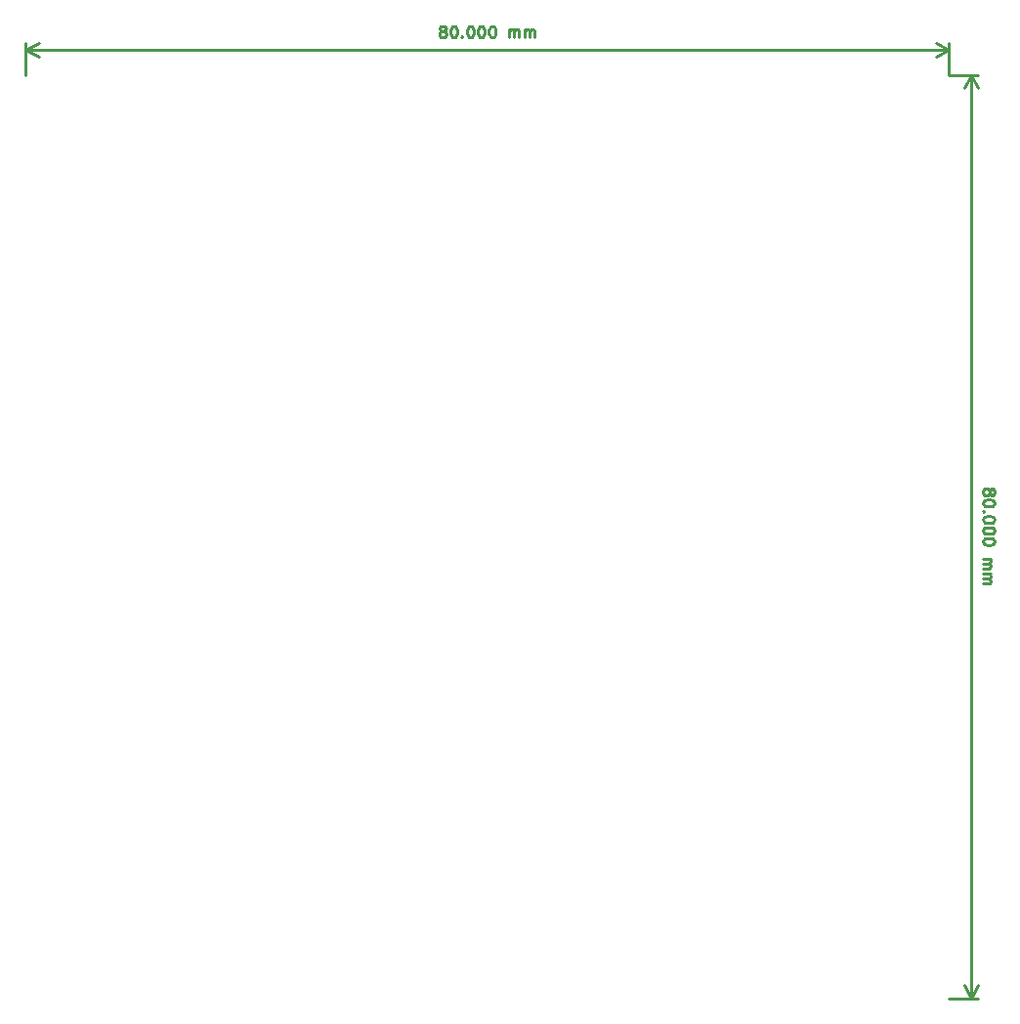
<source format=gbr>
G04 #@! TF.GenerationSoftware,KiCad,Pcbnew,(5.0.1-3-g963ef8bb5)*
G04 #@! TF.CreationDate,2019-09-15T11:53:47-04:00*
G04 #@! TF.ProjectId,RPiheader2x2,5250696865616465723278322E6B6963,rev?*
G04 #@! TF.SameCoordinates,Original*
G04 #@! TF.FileFunction,Drawing*
%FSLAX45Y45*%
G04 Gerber Fmt 4.5, Leading zero omitted, Abs format (unit mm)*
G04 Created by KiCad (PCBNEW (5.0.1-3-g963ef8bb5)) date Sunday, September 15, 2019 at 11:53:47 am*
%MOMM*%
%LPD*%
G01*
G04 APERTURE LIST*
%ADD10C,0.250000*%
G04 APERTURE END LIST*
D10*
X4351905Y1795238D02*
X4356667Y1804762D01*
X4361429Y1809524D01*
X4370952Y1814286D01*
X4375714Y1814286D01*
X4385238Y1809524D01*
X4390000Y1804762D01*
X4394762Y1795238D01*
X4394762Y1776190D01*
X4390000Y1766667D01*
X4385238Y1761905D01*
X4375714Y1757143D01*
X4370952Y1757143D01*
X4361429Y1761905D01*
X4356667Y1766667D01*
X4351905Y1776190D01*
X4351905Y1795238D01*
X4347143Y1804762D01*
X4342381Y1809524D01*
X4332857Y1814286D01*
X4313810Y1814286D01*
X4304286Y1809524D01*
X4299524Y1804762D01*
X4294762Y1795238D01*
X4294762Y1776190D01*
X4299524Y1766667D01*
X4304286Y1761905D01*
X4313810Y1757143D01*
X4332857Y1757143D01*
X4342381Y1761905D01*
X4347143Y1766667D01*
X4351905Y1776190D01*
X4394762Y1695238D02*
X4394762Y1685714D01*
X4390000Y1676190D01*
X4385238Y1671428D01*
X4375714Y1666667D01*
X4356667Y1661905D01*
X4332857Y1661905D01*
X4313810Y1666667D01*
X4304286Y1671428D01*
X4299524Y1676190D01*
X4294762Y1685714D01*
X4294762Y1695238D01*
X4299524Y1704762D01*
X4304286Y1709524D01*
X4313810Y1714286D01*
X4332857Y1719048D01*
X4356667Y1719048D01*
X4375714Y1714286D01*
X4385238Y1709524D01*
X4390000Y1704762D01*
X4394762Y1695238D01*
X4304286Y1619048D02*
X4299524Y1614286D01*
X4294762Y1619048D01*
X4299524Y1623809D01*
X4304286Y1619048D01*
X4294762Y1619048D01*
X4394762Y1552381D02*
X4394762Y1542857D01*
X4390000Y1533333D01*
X4385238Y1528571D01*
X4375714Y1523809D01*
X4356667Y1519048D01*
X4332857Y1519048D01*
X4313810Y1523809D01*
X4304286Y1528571D01*
X4299524Y1533333D01*
X4294762Y1542857D01*
X4294762Y1552381D01*
X4299524Y1561905D01*
X4304286Y1566667D01*
X4313810Y1571428D01*
X4332857Y1576190D01*
X4356667Y1576190D01*
X4375714Y1571428D01*
X4385238Y1566667D01*
X4390000Y1561905D01*
X4394762Y1552381D01*
X4394762Y1457143D02*
X4394762Y1447619D01*
X4390000Y1438095D01*
X4385238Y1433333D01*
X4375714Y1428571D01*
X4356667Y1423809D01*
X4332857Y1423809D01*
X4313810Y1428571D01*
X4304286Y1433333D01*
X4299524Y1438095D01*
X4294762Y1447619D01*
X4294762Y1457143D01*
X4299524Y1466667D01*
X4304286Y1471428D01*
X4313810Y1476190D01*
X4332857Y1480952D01*
X4356667Y1480952D01*
X4375714Y1476190D01*
X4385238Y1471428D01*
X4390000Y1466667D01*
X4394762Y1457143D01*
X4394762Y1361905D02*
X4394762Y1352381D01*
X4390000Y1342857D01*
X4385238Y1338095D01*
X4375714Y1333333D01*
X4356667Y1328571D01*
X4332857Y1328571D01*
X4313810Y1333333D01*
X4304286Y1338095D01*
X4299524Y1342857D01*
X4294762Y1352381D01*
X4294762Y1361905D01*
X4299524Y1371429D01*
X4304286Y1376190D01*
X4313810Y1380952D01*
X4332857Y1385714D01*
X4356667Y1385714D01*
X4375714Y1380952D01*
X4385238Y1376190D01*
X4390000Y1371429D01*
X4394762Y1361905D01*
X4294762Y1209524D02*
X4361429Y1209524D01*
X4351905Y1209524D02*
X4356667Y1204762D01*
X4361429Y1195238D01*
X4361429Y1180952D01*
X4356667Y1171429D01*
X4347143Y1166667D01*
X4294762Y1166667D01*
X4347143Y1166667D02*
X4356667Y1161905D01*
X4361429Y1152381D01*
X4361429Y1138095D01*
X4356667Y1128571D01*
X4347143Y1123810D01*
X4294762Y1123810D01*
X4294762Y1076190D02*
X4361429Y1076190D01*
X4351905Y1076190D02*
X4356667Y1071429D01*
X4361429Y1061905D01*
X4361429Y1047619D01*
X4356667Y1038095D01*
X4347143Y1033333D01*
X4294762Y1033333D01*
X4347143Y1033333D02*
X4356667Y1028571D01*
X4361429Y1019048D01*
X4361429Y1004762D01*
X4356667Y995238D01*
X4347143Y990476D01*
X4294762Y990476D01*
X4190000Y5400000D02*
X4190000Y-2600000D01*
X4000000Y5400000D02*
X4248642Y5400000D01*
X4000000Y-2600000D02*
X4248642Y-2600000D01*
X4190000Y-2600000D02*
X4131358Y-2487350D01*
X4190000Y-2600000D02*
X4248642Y-2487350D01*
X4190000Y5400000D02*
X4131358Y5287350D01*
X4190000Y5400000D02*
X4248642Y5287350D01*
X-395238Y5781905D02*
X-404762Y5786667D01*
X-409524Y5791428D01*
X-414286Y5800952D01*
X-414286Y5805714D01*
X-409524Y5815238D01*
X-404762Y5820000D01*
X-395238Y5824762D01*
X-376190Y5824762D01*
X-366667Y5820000D01*
X-361905Y5815238D01*
X-357143Y5805714D01*
X-357143Y5800952D01*
X-361905Y5791428D01*
X-366667Y5786667D01*
X-376190Y5781905D01*
X-395238Y5781905D01*
X-404762Y5777143D01*
X-409524Y5772381D01*
X-414286Y5762857D01*
X-414286Y5743809D01*
X-409524Y5734286D01*
X-404762Y5729524D01*
X-395238Y5724762D01*
X-376190Y5724762D01*
X-366667Y5729524D01*
X-361905Y5734286D01*
X-357143Y5743809D01*
X-357143Y5762857D01*
X-361905Y5772381D01*
X-366667Y5777143D01*
X-376190Y5781905D01*
X-295238Y5824762D02*
X-285714Y5824762D01*
X-276190Y5820000D01*
X-271429Y5815238D01*
X-266667Y5805714D01*
X-261905Y5786667D01*
X-261905Y5762857D01*
X-266667Y5743809D01*
X-271429Y5734286D01*
X-276190Y5729524D01*
X-285714Y5724762D01*
X-295238Y5724762D01*
X-304762Y5729524D01*
X-309524Y5734286D01*
X-314286Y5743809D01*
X-319048Y5762857D01*
X-319048Y5786667D01*
X-314286Y5805714D01*
X-309524Y5815238D01*
X-304762Y5820000D01*
X-295238Y5824762D01*
X-219048Y5734286D02*
X-214286Y5729524D01*
X-219048Y5724762D01*
X-223809Y5729524D01*
X-219048Y5734286D01*
X-219048Y5724762D01*
X-152381Y5824762D02*
X-142857Y5824762D01*
X-133333Y5820000D01*
X-128571Y5815238D01*
X-123809Y5805714D01*
X-119048Y5786667D01*
X-119048Y5762857D01*
X-123809Y5743809D01*
X-128571Y5734286D01*
X-133333Y5729524D01*
X-142857Y5724762D01*
X-152381Y5724762D01*
X-161905Y5729524D01*
X-166667Y5734286D01*
X-171429Y5743809D01*
X-176190Y5762857D01*
X-176190Y5786667D01*
X-171429Y5805714D01*
X-166667Y5815238D01*
X-161905Y5820000D01*
X-152381Y5824762D01*
X-57143Y5824762D02*
X-47619Y5824762D01*
X-38095Y5820000D01*
X-33333Y5815238D01*
X-28571Y5805714D01*
X-23809Y5786667D01*
X-23809Y5762857D01*
X-28571Y5743809D01*
X-33333Y5734286D01*
X-38095Y5729524D01*
X-47619Y5724762D01*
X-57143Y5724762D01*
X-66667Y5729524D01*
X-71429Y5734286D01*
X-76190Y5743809D01*
X-80952Y5762857D01*
X-80952Y5786667D01*
X-76190Y5805714D01*
X-71429Y5815238D01*
X-66667Y5820000D01*
X-57143Y5824762D01*
X38095Y5824762D02*
X47619Y5824762D01*
X57143Y5820000D01*
X61905Y5815238D01*
X66667Y5805714D01*
X71429Y5786667D01*
X71429Y5762857D01*
X66667Y5743809D01*
X61905Y5734286D01*
X57143Y5729524D01*
X47619Y5724762D01*
X38095Y5724762D01*
X28571Y5729524D01*
X23809Y5734286D01*
X19048Y5743809D01*
X14286Y5762857D01*
X14286Y5786667D01*
X19048Y5805714D01*
X23809Y5815238D01*
X28571Y5820000D01*
X38095Y5824762D01*
X190476Y5724762D02*
X190476Y5791428D01*
X190476Y5781905D02*
X195238Y5786667D01*
X204762Y5791428D01*
X219048Y5791428D01*
X228571Y5786667D01*
X233333Y5777143D01*
X233333Y5724762D01*
X233333Y5777143D02*
X238095Y5786667D01*
X247619Y5791428D01*
X261905Y5791428D01*
X271429Y5786667D01*
X276190Y5777143D01*
X276190Y5724762D01*
X323810Y5724762D02*
X323810Y5791428D01*
X323810Y5781905D02*
X328571Y5786667D01*
X338095Y5791428D01*
X352381Y5791428D01*
X361905Y5786667D01*
X366667Y5777143D01*
X366667Y5724762D01*
X366667Y5777143D02*
X371428Y5786667D01*
X380952Y5791428D01*
X395238Y5791428D01*
X404762Y5786667D01*
X409524Y5777143D01*
X409524Y5724762D01*
X-4000000Y5620000D02*
X4000000Y5620000D01*
X-4000000Y5400000D02*
X-4000000Y5678642D01*
X4000000Y5400000D02*
X4000000Y5678642D01*
X4000000Y5620000D02*
X3887350Y5561358D01*
X4000000Y5620000D02*
X3887350Y5678642D01*
X-4000000Y5620000D02*
X-3887350Y5561358D01*
X-4000000Y5620000D02*
X-3887350Y5678642D01*
M02*

</source>
